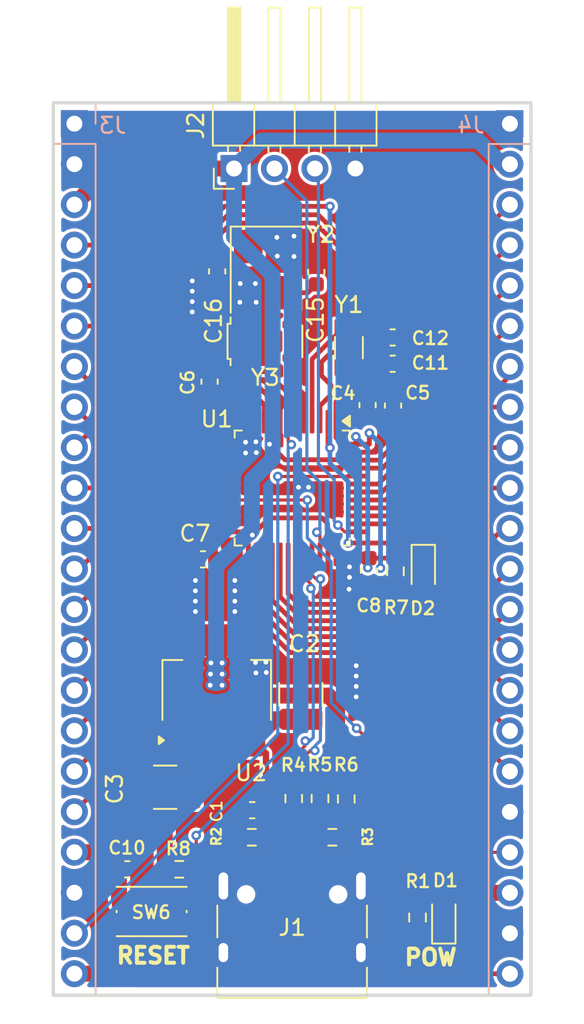
<source format=kicad_pcb>
(kicad_pcb (version 20240108) (generator "pcbnew") (generator_version "8.0")
  (layers (0 "F.Cu" signal) (31 "B.Cu" signal) (34 "B.Paste" user) (35 "F.Paste" user) (36 "B.SilkS" user "B.Silkscreen") (37 "F.SilkS" user "F.Silkscreen") (38 "B.Mask" user) (39 "F.Mask" user) (44 "Edge.Cuts" user))
  (net 0 "")
  (net 1 "VBUS")
  (net 2 "GND")
  (net 3 "+3.3V")
  (net 4 "Net-(D1-A)")
  (net 5 "Net-(J1-CC1)")
  (net 6 "Net-(J1-CC2)")
  (net 7 "USB_D+")
  (net 8 "USB_D-")
  (net 9 "Net-(D2-A)")
  (net 10 "NRST")
  (net 11 "PB11")
  (net 12 "Net-(U1-PD1)")
  (net 13 "PA4")
  (net 14 "PA8")
  (net 15 "PB0")
  (net 16 "PA3")
  (net 17 "PA9")
  (net 18 "PB6")
  (net 19 "PA6")
  (net 20 "PB14")
  (net 21 "PB5")
  (net 22 "PA10")
  (net 23 "PB8")
  (net 24 "PA5")
  (net 25 "PC15")
  (net 26 "PB4")
  (net 27 "SWDIO")
  (net 28 "PA7")
  (net 29 "Net-(U1-PD0)")
  (net 30 "PB1")
  (net 31 "PA2")
  (net 32 "PB9")
  (net 33 "PA1")
  (net 34 "BOOT0")
  (net 35 "PB10")
  (net 36 "PB7")
  (net 37 "PC13")
  (net 38 "PB13")
  (net 39 "BOOT1")
  (net 40 "PB3")
  (net 41 "PA15")
  (net 42 "PB12")
  (net 43 "SWCLK")
  (net 44 "PA0")
  (net 45 "PB15")
  (net 46 "PC14")
  (net 49 "/D+")
  (net 50 "/D-")
  (footprint "LED_SMD:LED_0603_1608Metric_Pad1.05x0.95mm_HandSolder" (layer "F.Cu") (at 83.625 135.9 90)
    (property "Reference" "D1")
    (property "Value" "POW")
  )
  (footprint "Resistor_SMD:R_0603_1608Metric_Pad0.98x0.95mm_HandSolder" (layer "F.Cu") (at 81.975 135.925 90)
    (property "Reference" "R1")
    (property "Value" "10K")
  )
  (footprint "Resistor_SMD:R_0603_1608Metric_Pad0.98x0.95mm_HandSolder" (layer "F.Cu") (at 76.625 130.89)
    (property "Reference" "R3")
    (property "Value" "5K1" (hide yes))
  )
  (footprint "Connector_PinHeader_2.54mm:PinHeader_1x04_P2.54mm_Horizontal" (layer "F.Cu") (at 70.45 88.925 90)
    (property "Reference" "J2")
    (property "Value" "STLINK")
  )
  (footprint "Resistor_SMD:R_0603_1608Metric" (layer "F.Cu") (at 75.85 128.46 90)
    (property "Reference" "R5")
    (property "Value" "22R")
  )
  (footprint "Resistor_SMD:R_0603_1608Metric_Pad0.98x0.95mm_HandSolder" (layer "F.Cu") (at 80.5875 114.2 90)
    (property "Reference" "R7")
    (property "Value" "10K")
  )
  (footprint "Capacitor_SMD:C_0603_1608Metric" (layer "F.Cu") (at 78.8375 103.775 90)
    (property "Reference" "C4")
    (property "Value" "1uF")
  )
  (footprint "Capacitor_SMD:C_1210_3225Metric_Pad1.33x2.70mm_HandSolder" (layer "F.Cu") (at 66.125 127.75 180)
    (property "Reference" "C3")
    (property "Value" "10uF")
  )
  (footprint "Crystal:Crystal_SMD_3215-2Pin_3.2x1.5mm" (layer "F.Cu") (at 77.66625 100.16875 -90)
    (property "Reference" "Y1")
    (property "Value" "32.768KHz")
  )
  (footprint "Capacitor_SMD:C_0603_1608Metric" (layer "F.Cu") (at 80.4125 101.175 180)
    (property "Reference" "C11")
    (property "Value" "22pF")
  )
  (footprint "Capacitor_SMD:C_0603_1608Metric" (layer "F.Cu") (at 68.9125 102.3 -90)
    (property "Reference" "C6")
    (property "Value" "0.1uF")
  )
  (footprint "Capacitor_SMD:C_0603_1608Metric" (layer "F.Cu") (at 80.4375 103.8 90)
    (property "Reference" "C5")
    (property "Value" "0.1uF")
  )
  (footprint "Capacitor_SMD:C_0603_1608Metric_Pad1.08x0.95mm_HandSolder" (layer "F.Cu") (at 71.5925 129.19 180)
    (property "Reference" "C1")
    (property "Value" "10uF" (hide yes))
  )
  (footprint "Package_TO_SOT_SMD:SOT-223-3_TabPin2" (layer "F.Cu") (at 69.3625 121.675 90)
    (property "Reference" "U2")
    (property "Value" "AMS1117-3.3")
  )
  (footprint "Capacitor_SMD:C_0603_1608Metric" (layer "F.Cu") (at 69.39125 95.37875 90)
    (property "Reference" "C16")
    (property "Value" "22pF")
  )
  (footprint "Resistor_SMD:R_0603_1608Metric" (layer "F.Cu") (at 77.5 128.485 90)
    (property "Reference" "R6")
    (property "Value" "1.5K")
  )
  (footprint "Capacitor_SMD:C_0603_1608Metric" (layer "F.Cu") (at 78.925 114.15 90)
    (property "Reference" "C8")
    (property "Value" "0.1uF")
  )
  (footprint "Resistor_SMD:R_0603_1608Metric" (layer "F.Cu") (at 74.2 128.46 90)
    (property "Reference" "R4")
    (property "Value" "22R")
  )
  (footprint "Package_QFP:LQFP-48_7x7mm_P0.5mm" (layer "F.Cu") (at 74.1 108.975 -90)
    (property "Reference" "U1")
    (property "Value" "STM32F103CBTx")
  )
  (footprint "Connector_USB:USB_C_Receptacle_HRO_TYPE-C-31-M-12" (layer "F.Cu") (at 74.1 137.075)
    (property "Reference" "J1")
    (property "Value" "USB_C_USB2.0" (hide yes))
  )
  (footprint "Capacitor_SMD:C_0603_1608Metric" (layer "F.Cu") (at 75.61625 95.41875 -90)
    (property "Reference" "C15")
    (property "Value" "22pF")
  )
  (footprint "Crystal:Crystal_SMD_3225-4Pin_3.2x2.5mm_HandSoldering" (layer "F.Cu") (at 72.49125 95.26875 -90)
    (property "Reference" "Y2")
    (property "Value" "8MHz")
  )
  (footprint "LED_SMD:LED_0603_1608Metric_Pad1.05x0.95mm_HandSolder" (layer "F.Cu") (at 82.3375 114.2 -90)
    (property "Reference" "D2")
    (property "Value" "BLINK")
  )
  (footprint "Button_Switch_SMD:SW_Push_1P1T_NO_CK_KMR2" (layer "F.Cu") (at 65.275 135.55 180)
    (property "Reference" "SW6")
    (property "Value" "RESET")
  )
  (footprint "Capacitor_SMD:C_0603_1608Metric" (layer "F.Cu") (at 80.4125 99.525 180)
    (property "Reference" "C12")
    (property "Value" "22pF")
  )
  (footprint "Resistor_SMD:R_0603_1608Metric_Pad0.98x0.95mm_HandSolder" (layer "F.Cu") (at 71.5675 130.89 180)
    (property "Reference" "R2")
    (property "Value" "5K1" (hide yes))
  )
  (footprint "Capacitor_SMD:C_0603_1608Metric" (layer "F.Cu") (at 63.75 132.9)
    (property "Reference" "C10")
    (property "Value" "0.1uF")
  )
  (footprint "Crystal:Resonator_SMD_Murata_CSTCR_4.5x2x1.15mm" (layer "F.Cu") (at 72.39125 99.76875 90)
    (property "Reference" "Y3")
    (property "Value" "8MHz")
  )
  (footprint "Capacitor_SMD:C_1210_3225Metric_Pad1.33x2.70mm_HandSolder" (layer "F.Cu") (at 74.65 121.925 90)
    (property "Reference" "C2")
    (property "Value" "10uF")
  )
  (footprint "Capacitor_SMD:C_0603_1608Metric" (layer "F.Cu") (at 68.5 113.45)
    (property "Reference" "C7")
    (property "Value" "0.1uF")
  )
  (footprint "Resistor_SMD:R_0603_1608Metric_Pad0.98x0.95mm_HandSolder" (layer "F.Cu") (at 67.0125 132.9 180)
    (property "Reference" "R8")
    (property "Value" "10K")
  )
  (footprint "Connector_PinHeader_2.54mm:PinHeader_1x22_P2.54mm_Vertical" (layer "B.Cu") (at 60.425 86.11 180)
    (property "Reference" "J3")
    (property "Value" "Conn_01x22")
  )
  (footprint "Connector_PinHeader_2.54mm:PinHeader_1x22_P2.54mm_Vertical" (layer "B.Cu") (at 87.775 86.115 180)
    (property "Reference" "J4")
    (property "Value" "Conn_01x22")
  )
  (gr_rect (start 59.1 84.8) (end 89.1 140.8) (stroke (width 0.2)) (fill none) (layer "Edge.Cuts"))
  (gr_text "RESET" (at 62.95 138.9 0) (layer "F.SilkS") (effects (font (size 1 1) (thickness 0.25) (bold yes)) (justify left bottom)))
  (segment (start 71.5425 131.4025) (end 71.5425 130.1025) (width 0.4) (layer "F.Cu") (net 1))
  (segment (start 76.55 133.03) (end 76.55 133.8075) (width 0.3) (layer "F.Cu") (net 1))
  (segment (start 71.65 131.51) (end 71.5425 131.4025) (width 0.4) (layer "F.Cu") (net 1))
  (segment (start 72.455 129.19) (end 72.455 125.6175) (width 0.4) (layer "F.Cu") (net 1))
  (segment (start 71.65 133.7975) (end 71.65 133.03) (width 0.3) (layer "F.Cu") (net 1))
  (segment (start 87.775 139.455) (end 78.055 139.455) (width 0.3) (layer "F.Cu") (net 1))
  (segment (start 77.45 138.85) (end 77.45 136.25) (width 0.3) (layer "F.Cu") (net 1))
  (segment (start 76.55 131.635) (end 76.625 131.56) (width 0.4) (layer "F.Cu") (net 1))
  (segment (start 76.625 130.16) (end 77.475 129.31) (width 0.4) (layer "F.Cu") (net 1))
  (segment (start 75.815 134.615) (end 75.025 134.615) (width 0.3) (layer "F.Cu") (net 1))
  (segment (start 76.55 133.8075) (end 76.16625 134.19125) (width 0.3) (layer "F.Cu") (net 1))
  (segment (start 78.055 139.455) (end 77.45 138.85) (width 0.3) (layer "F.Cu") (net 1))
  (segment (start 77.45 136.25) (end 75.815 134.615) (width 0.3) (layer "F.Cu") (net 1))
  (segment (start 75.775 134.5825) (end 76.16625 134.19125) (width 0.3) (layer "F.Cu") (net 1))
  (segment (start 73 123.4875) (end 74.65 123.4875) (width 1) (layer "F.Cu") (net 1))
  (segment (start 81.975 132.8) (end 78.485 129.31) (width 0.3) (layer "F.Cu") (net 1))
  (segment (start 71.65 133.03) (end 71.65 131.51) (width 0.4) (layer "F.Cu") (net 1))
  (segment (start 76.625 131.56) (end 76.625 130.16) (width 0.4) (layer "F.Cu") (net 1))
  (segment (start 71.5425 130.1025) (end 72.455 129.19) (width 0.4) (layer "F.Cu") (net 1))
  (segment (start 75.025 134.615) (end 72.9925 134.615) (width 0.3) (layer "F.Cu") (net 1))
  (segment (start 72.4675 134.615) (end 71.65 133.7975) (width 0.3) (layer "F.Cu") (net 1))
  (segment (start 78.485 129.31) (end 77.5 129.31) (width 0.3) (layer "F.Cu") (net 1))
  (segment (start 81.975 135.0125) (end 81.975 132.8) (width 0.3) (layer "F.Cu") (net 1))
  (segment (start 75.7425 134.615) (end 75.025 134.615) (width 0.3) (layer "F.Cu") (net 1))
  (segment (start 72.455 125.6175) (end 71.6625 124.825) (width 0.4) (layer "F.Cu") (net 1))
  (segment (start 71.6625 124.825) (end 73 123.4875) (width 1) (layer "F.Cu") (net 1))
  (segment (start 76.55 133.03) (end 76.55 131.635) (width 0.4) (layer "F.Cu") (net 1))
  (segment (start 76.16625 134.19125) (end 75.7425 134.615) (width 0.3) (layer "F.Cu") (net 1))
  (segment (start 72.9925 134.615) (end 72.4675 134.615) (width 0.3) (layer "F.Cu") (net 1))
  (segment (start 60.425 86.11) (end 76.875 86.11) (width 1) (layer "F.Cu") (net 2))
  (segment (start 71.825 120.575) (end 71.475 120.575) (width 1) (layer "F.Cu") (net 2))
  (segment (start 73.64125 93.94375) (end 73.16625 94.41875) (width 0.3) (layer "F.Cu") (net 2))
  (segment (start 72.45 119.9) (end 71.8 119.925) (width 1) (layer "F.Cu") (net 2))
  (segment (start 71.34125 96.81875) (end 71.84125 97.31875) (width 0.3) (layer "F.Cu") (net 2))
  (segment (start 67.725 113.45) (end 67.725 112.05) (width 0.3) (layer "F.Cu") (net 2))
  (segment (start 75.41625 94.44375) (end 75.61625 94.64375) (width 0.3) (layer "F.Cu") (net 2))
  (segment (start 60.425 88.65) (end 60.425 86.11) (width 1) (layer "F.Cu") (net 2))
  (segment (start 71.6875 120.3625) (end 71.825 120.225) (width 1) (layer "F.Cu") (net 2))
  (segment (start 70.77625 96.15375) (end 71.34125 96.71875) (width 0.3) (layer "F.Cu") (net 2))
  (segment (start 76.35 114.175) (end 76.35 113.1375) (width 0.3) (layer "F.Cu") (net 2))
  (segment (start 70.73 129.19) (end 70.73 132.95) (width 0.3) (layer "F.Cu") (net 2))
  (segment (start 73.64125 93.74375) (end 73.14125 93.24375) (width 0.3) (layer "F.Cu") (net 2))
  (segment (start 82.125 138.425) (end 83.225 138.425) (width 1) (layer "F.Cu") (net 2))
  (segment (start 69.8875 101.525) (end 70.58125 102.21875) (width 0.3) (layer "F.Cu") (net 2))
  (segment (start 81.4 104.335) (end 81.4 101.3875) (width 0.3) (layer "F.Cu") (net 2))
  (segment (start 78.07 92.995) (end 78.07 88.925) (width 0.4) (layer "F.Cu") (net 2))
  (segment (start 77.5375 130.89) (end 77.5375 133.2325) (width 0.8) (layer "F.Cu") (net 2))
  (segment (start 77.35 133.03) (end 78.265 133.945) (width 0.3) (layer "F.Cu") (net 2))
  (segment (start 87.77 86.11) (end 87.775 86.115) (width 1) (layer "F.Cu") (net 2))
  (segment (start 83.625 138.3) (end 83.75 138.425) (width 1) (layer "F.Cu") (net 2))
  (segment (start 72.3 102.21875) (end 73.35 103.26875) (width 0.3) (layer "F.Cu") (net 2))
  (segment (start 78.72 138.425) (end 82.125 138.425) (width 1) (layer "F.Cu") (net 2))
  (segment (start 86.265 138.425) (end 87.775 136.915) (width 1) (layer "F.Cu") (net 2))
  (segment (start 73.64125 93.81875) (end 73.64125 93.86875) (width 0.3) (layer "F.Cu") (net 2))
  (segment (start 73.64125 93.86875) (end 74.21625 94.44375) (width 0.3) (layer "F.Cu") (net 2))
  (segment (start 81.16 104.575) (end 81.4 104.335) (width 0.3) (layer "F.Cu") (net 2))
  (segment (start 70.85 129.31) (end 70.73 129.19) (width 0.3) (layer "F.Cu") (net 2))
  (segment (start 69.78 135.3) (end 69.78 138.125) (width 1) (layer "F.Cu") (net 2))
  (segment (start 70.85 131.085) (end 70.655 130.89) (width 0.3) (layer "F.Cu") (net 2))
  (segment (start 77.35 114.925) (end 77.1 114.925) (width 0.3) (layer "F.Cu") (net 2))
  (segment (start 78.5625 134.0875) (end 78.42 133.945) (width 0.3) (layer "F.Cu") (net 2))
  (segment (start 71.34125 96.79375) (end 70.81625 97.31875) (width 0.3) (layer "F.Cu") (net 2))
  (segment (start 71.79125 95.92875) (end 71.79125 96.14375) (width 0.3) (layer "F.Cu") (net 2))
  (segment (start 80.575 104.575) (end 81.16 104.575) (width 0.3) (layer "F.Cu") (net 2))
  (segment (start 78.5625 135.6875) (end 78.5625 134.0875) (width 0.3) (layer "F.Cu") (net 2))
  (segment (start 73.64125 94.14375) (end 73.64125 93.81875) (width 0.3) (layer "F.Cu") (net 2))
  (segment (start 73.64125 93.81875) (end 73.64125 93.94375) (width 0.3) (layer "F.Cu") (net 2))
  (segment (start 68.9125 101.525) (end 69.8875 101.525) (width 0.3) (layer "F.Cu") (net 2))
  (segment (start 74.4375 120.575) (end 74.65 120.3625) (width 1) (layer "F.Cu") (net 2))
  (segment (start 78.925 114.925) (end 78.05 114.925) (width 0.3) (layer "F.Cu") (net 2))
  (segment (start 71.8 119.925) (end 71.6875 120.3625) (width 1) (layer "F.Cu") (net 2))
  (segment (start 79 104.575) (end 78.975 104.55) (width 0.3) (layer "F.Cu") (net 2))
  (segment (start 76.875 86.11) (end 87.77 86.11) (width 1) (layer "F.Cu") (net 2))
  (segment (start 78.05 114.925) (end 77.7 114.575) (width 0.3) (layer "F.Cu") (net 2))
  (segment (start 72.39125 97.86875) (end 71.84125 97.31875) (width 0.3) (layer "F.Cu") (net 2))
  (segment (start 77.7 114.575) (end 77.35 114.925) (width 0.3) (layer "F.Cu") (net 2))
  (segment (start 67.325 136.35) (end 67.425 136.45) (width 1) (layer "F.Cu") (net 2))
  (segment (start 77.1 114.925) (end 76.35 114.175) (width 0.3) (layer "F.Cu") (net 2))
  (segment (start 73.64125 93.81875) (end 73.64125 93.31875) (width 0.3) (layer "F.Cu") (net 2))
  (segment (start 70.85 133.03) (end 70.85 129.31) (width 0.3) (layer "F.Cu") (net 2))
  (segment (start 76.7375 120.3625) (end 85.67 129.295) (width 1) (layer "F.Cu") (net 2))
  (segment (start 73.64125 93.74375) (end 74.21625 93.16875) (width 0.3) (layer "F.Cu") (net 2))
  (segment (start 63.225 136.35) (end 64 136.35) (width 1) (layer "F.Cu") (net 2))
  (segment (start 78.42 138.125) (end 78.72 138.425) (width 1) (layer "F.Cu") (net 2))
  (segment (start 74.21625 94.44375) (end 75.41625 94.44375) (width 0.3) (layer "F.Cu") (net 2))
  (segment (start 67.725 112.05) (end 68.55 111.225) (width 0.3) (layer "F.Cu") (net 2))
  (segment (start 67.0625 124.825) (end 67.0625 125.25) (width 1) (layer "F.Cu") (net 2))
  (segment (start 71.34125 96.71875) (end 71.34125 96.81875) (width 0.3) (layer "F.Cu") (net 2))
  (segment (start 69.39125 96.15375) (end 70.77625 96.15375) (width 0.3) (layer "F.Cu") (net 2))
  (segment (start 78.2625 106.725) (end 79.325 106.725) (width 0.3) (layer "F.Cu") (net 2))
  (segment (start 70.58125 102.21875) (end 72.3 102.21875) (width 0.3) (layer "F.Cu") (net 2))
  (segment (start 72.475 120.55) (end 72.45 119.9) (width 1) (layer "F.Cu") (net 2))
  (segment (start 85.67 129.295) (end 87.775 129.295) (width 1) (layer "F.Cu") (net 2))
  (segment (start 72.39125 98.71875) (end 72.39125 97.86875) (width 0.3) (layer "F.Cu") (net 2))
  (segment (start 64.525 127.7875) (end 64.5625 127.75) (width 1) (layer "F.Cu") (net 2))
  (segment (start 71.34125 96.71875) (end 71.34125 96.44375) (width 0.3) (layer "F.Cu") (net 2))
  (segment (start 60.425 134.37) (end 62.405 136.35) (width 1) (layer "F.Cu") (net 2))
  (segment (start 68.55 111.225) (end 69.9375 111.225) (width 0.3) (layer "F.Cu") (net 2))
  (segment (start 67.425 136.45) (end 68.63 136.45) (width 1) (layer "F.Cu") (net 2))
  (segment (start 79.325 106.725) (end 79.775 106.275) (width 0.3) (layer "F.Cu") (net 2))
  (segment (start 81.1875 99.525) (end 81.1875 96.1125) (width 0.4) (layer "F.Cu") (net 2))
  (segment (start 71.34125 96.71875) (end 71.34125 96.59375) (width 0.3) (layer "F.Cu") (net 2))
  (segment (start 71.34125 96.64375) (end 70.84125 96.14375) (width 0.3) (layer "F.Cu") (net 2))
  (segment (start 77.5375 133.2325) (end 78.25 133.945) (width 0.8) (layer "F.Cu") (net 2))
  (segment (start 77.35 133.03) (end 77.35 131.0775) (width 0.3) (layer "F.Cu") (net 2))
  (segment (start 78.42 133.945) (end 78.42 136.825) (width 1) (layer "F.Cu") (net 2))
  (segment (start 62.405 136.35) (end 63.225 136.35) (width 1) (layer "F.Cu") (net 2))
  (segment (start 83.225 138.425) (end 83.75 138.425) (width 1) (layer "F.Cu") (net 2))
  (segment (start 71.475 120.575) (end 74.4375 120.575) (width 1) (layer "F.Cu") (net 2))
  (segment (start 79.775 104.575) (end 79 104.575) (width 0.3) (layer "F.Cu") (net 2))
  (segment (start 83.525 138.125) (end 83.225 138.425) (width 0.3) (layer "F.Cu") (net 2))
  (segment (start 71.34125 96.59375) (end 71.79125 96.14375) (width 0.3) (layer "F.Cu") (net 2))
  (segment (start 71.475 120.575) (end 71.675 120.375) (width 1) (layer "F.Cu") (net 2))
  (segment (start 74.65 120.3625) (end 76.7375 120.3625) (width 1) (layer "F.Cu") (net 2))
  (segment (start 71.825 120.225) (end 71.825 120.575) (width 1) (layer "F.Cu") (net 2))
  (segment (start 76.875 86.11) (end 78.07 86.11) (width 1) (layer "F.Cu") (net 2))
  (segment (start 81.4 101.3875) (end 81.1875 101.175) (width 0.3) (layer "F.Cu") (net 2))
  (segment (start 71.34125 96.71875) (end 71.34125 96.64375) (width 0.3) (layer "F.Cu") (net 2))
  (segment (start 81.1875 101.175) (end 81.1875 99.525) (width 0.4) (layer "F.Cu") (net 2))
  (segment (start 79.775 106.275) (end 79.775 104.575) (width 0.3) (layer "F.Cu") (net 2))
  (segment (start 74.65 120.3625) (end 72.475 120.55) (width 1) (layer "F.Cu") (net 2))
  (segment (start 82.1 138.4) (end 82.125 138.425) (width 1) (layer "F.Cu") (net 2))
  (segment (start 67.0625 125.25) (end 64.5625 127.75) (width 1) (layer "F.Cu") (net 2))
  (segment (start 78.42 136.825) (end 78.42 138.125) (width 1) (layer "F.Cu") (net 2))
  (segment (start 78.07 86.11) (end 78.07 88.925) (width 1) (layer "F.Cu") (net 2))
  (segment (start 73.16625 94.41875) (end 73.16625 94.55375) (width 0.3) (layer "F.Cu") (net 2))
  (segment (start 81.1875 96.1125) (end 78.07 92.995) (width 0.4) (layer "F.Cu") (net 2))
  (segment (start 78.445 138.1) (end 78.42 138.125) (width 1) (layer "F.Cu") (net 2))
  (segment (start 70.73 132.95) (end 70.65 133.03) (width 0.3) (layer "F.Cu") (net 2))
  (segment (start 70.85 133.03) (end 70.85 131.085) (width 0.3) (layer "F.Cu") (net 2))
  (segment (start 71.34125 96.71875) (end 71.34125 96.79375) (width 0.3) (layer "F.Cu") (net 2))
  (segment (start 69.78 135.3) (end 69.78 133.9) (width 1) (layer "F.Cu") (net 2))
  (segment (start 70.85 133.03) (end 69.935 133.945) (width 0.3) (layer "F.Cu") (net 2))
  (segment (start 73.64125 93.81875) (end 73.64125 93.74375) (width 0.3) (layer "F.Cu") (net 2))
  (segment (start 68.63 136.45) (end 69.78 135.3) (width 1) (layer "F.Cu") (net 2))
  (segment (start 64 136.35) (end 64.525 135.825) (width 1) (layer "F.Cu") (net 2))
  (segment (start 77.1 114.925) (end 78.05 114.925) (width 0.3) (layer "F.Cu") (net 2))
  (segment (start 69.78 133.9) (end 70.65 133.03) (width 1) (layer "F.Cu") (net 2))
  (segment (start 83.625 136.775) (end 83.625 138.3) (width 1) (layer "F.Cu") (net 2))
  (segment (start 83.75 138.425) (end 86.265 138.425) (width 1) (layer "F.Cu") (net 2))
  (segment (start 77.35 131.0775) (end 77.5375 130.89) (width 0.3) (layer "F.Cu") (net 2))
  (segment (start 73.35 103.26875) (end 73.35 104.8125) (width 0.3) (layer "F.Cu") (net 2))
  (segment (start 73.16625 94.55375) (end 71.79125 95.92875) (width 0.3) (layer "F.Cu") (net 2))
  (segment (start 80.575 104.575) (end 79 104.575) (width 0.3) (layer "F.Cu") (net 2))
  (segment (start 64.525 135.825) (end 64.525 127.7875) (width 1) (layer "F.Cu") (net 2))
  (segment (start 69.935 133.945) (end 69.78 133.945) (width 0.3) (layer "F.Cu") (net 2))
  (via (at 67.825 97.925) (size 0.6) (drill 0.3) (layers "F.Cu" "B.Cu") (net 2))
  (via (at 74.5 108.925) (size 0.6) (drill 0.3) (layers "F.Cu" "B.Cu") (net 2))
  (via (at 70.81625 97.31875) (size 0.6) (drill 0.3) (layers "F.Cu" "B.Cu") (net 2))
  (via (at 77.7 113.925) (size 0.6) (drill 0.3) (layers "F.Cu" "B.Cu") (net 2))
  (via (at 71.8 119.925) (size 0.6) (drill 0.3) (layers "F.Cu" "B.Cu") (net 2))
  (via (at 73.16625 94.41875) (size 0.6) (drill 0.3) (layers "F.Cu" "B.Cu") (net 2))
  (via (at 78.125 121.425) (size 0.6) (drill 0.3) (layers "F.Cu" "B.Cu") (net 2))
  (via (at 75.125 108.925) (size 0.6) (drill 0.3) (layers "F.Cu" "B.Cu") (net 2))
  (via (at 71.84125 97.31875) (size 0.6) (drill 0.3) (layers "F.Cu" "B.Cu") (net 2))
  (via (at 71.825 120.575) (size 0.6) (drill 0.3) (layers "F.Cu" "B.Cu") (net 2))
  (via (at 70.5 114.775) (size 0.6) (drill 0.3) (layers "F.Cu" "B.Cu") (net 2))
  (via (at 71.175 106.1) (size 0.6) (drill 0.3) (layers "F.Cu" "B.Cu") (net 2))
  (via (at 71.85 106.75) (size 0.6) (drill 0.3) (layers "F.Cu" "B.Cu") (net 2))
  (via (at 77.7 114.575) (size 0.6) (drill 0.3) (layers "F.Cu" "B.Cu") (net 2))
  (via (at 68.025 114.775) (size 0.6) (drill 0.3) (layers "F.Cu" "B.Cu") (net 2))
  (via (at 72.45 119.9) (size 0.6) (drill 0.3) (layers "F.Cu" "B.Cu") (net 2))
  (via (at 71.175 106.775) (size 0.6) (drill 0.3) (layers "F.Cu" "B.Cu") (net 2))
  (via (at 70.84125 96.14375) (size 0.6) (drill 0.3) (layers "F.Cu" "B.Cu") (net 2))
  (via (at 78.125 120.125) (size 0.6) (drill 0.3) (layers "F.Cu" "B.Cu") (net 2))
  (via (at 67.825 97.275) (size 0.6) (drill 0.3) (layers "F.Cu" "B.Cu") (net 2))
  (via (at 71.825 106.075) (size 0.6) (drill 0.3) (layers "F.Cu" "B.Cu") (net 2))
  (via (at 77.675 115.325) (size 0.6) (drill 0.3) (layers "F.Cu" "B.Cu") (net 2))
  (via (at 71.79125 96.14375) (size 0.6) (drill 0.3) (layers "F.Cu" "B.Cu") (net 2))
  (via (at 78.125 120.775) (size 0.6) (drill 0.3) (layers "F.Cu" "B.Cu") (net 2))
  (via (at 70.5 115.425) (size 0.6) (drill 0.3) (layers "F.Cu" "B.Cu") (net 2))
  (via (at 68.025 115.425) (size 0.6) (drill 0.3) (layers "F.Cu" "B.Cu") (net 2))
  (via (at 68.025 116.075) (size 0.6) (drill 0.3) (layers "F.Cu" "B.Cu") (net 2))
  (via (at 70.5 116.075) (size 0.6) (drill 0.3) (layers "F.Cu" "B.Cu") (net 2))
  (via (at 74.21625 93.16875) (size 0.6) (drill 0.3) (layers "F.Cu" "B.Cu") (net 2))
  (via (at 70.5 116.725) (size 0.6) (drill 0.3) (layers "F.Cu" "B.Cu") (net 2))
  (via (at 67.825 95.975) (size 0.6) (drill 0.3) (layers "F.Cu" "B.Cu") (net 2))
  (via (at 72.475 120.55) (size 0.6) (drill 0.3) (layers "F.Cu" "B.Cu") (net 2))
  (via (at 74.21625 94.44375) (size 0.6) (drill 0.3) (layers "F.Cu" "B.Cu") (net 2))
  (via (at 68.025 116.725) (size 0.6) (drill 0.3) (layers "F.Cu" "B.Cu") (net 2))
  (via (at 67.825 96.625) (size 0.6) (drill 0.3) (layers "F.Cu" "B.Cu") (net 2))
  (via (at 78.125 122.075) (size 0.6) (drill 0.3) (layers "F.Cu" "B.Cu") (net 2))
  (via (at 73.14125 93.24375) (size 0.6) (drill 0.3) (layers "F.Cu" "B.Cu") (net 2))
  (segment (start 71.475 106.4) (end 71.475 96.875) (width 1) (layer "B.Cu") (net 2))
  (segment (start 71.475 106.4) (end 71.175 106.1) (width 0.3) (layer "B.Cu") (net 2))
  (segment (start 71.825 106.075) (end 71.825 106.125) (width 0.3) (layer "B.Cu") (net 2))
  (segment (start 71.475 96.875) (end 71.075 96.475) (width 1) (layer "B.Cu") (net 2))
  (segment (start 71.825 106.125) (end 71.175 106.775) (width 0.3) (layer "B.Cu") (net 2))
  (segment (start 71.85 106.75) (end 71.825 106.75) (width 0.3) (layer "B.Cu") (net 2))
  (segment (start 71.825 106.75) (end 71.475 106.4) (width 0.3) (layer "B.Cu") (net 2))
  (segment (start 80.575 103.025) (end 79 103.025) (width 0.3) (layer "F.Cu") (net 3))
  (segment (start 75.975 110.85) (end 72.675 110.85) (width 0.3) (layer "F.Cu") (net 3))
  (segment (start 78.925 113.375) (end 78.925 113.975) (width 0.3) (layer "F.Cu") (net 3))
  (segment (start 69.275 113.45) (end 69.275 111.725) (width 0.3) (layer "F.Cu") (net 3))
  (segment (start 70.56625 102.71875) (end 70.21 103.075) (width 0.3) (layer "F.Cu") (net 3))
  (segment (start 78.1 106.0625) (end 78.2625 106.225) (width 0.3) (layer "F.Cu") (net 3))
  (segment (start 66.1 131.85) (end 66.1 137.225) (width 1) (layer "F.Cu") (net 3))
  (segment (start 78.6875 113.1375) (end 78.925 113.375) (width 0.3) (layer "F.Cu") (net 3))
  (segment (start 76.375 122) (end 76.925 122.55) (width 1) (layer "F.Cu") (net 3))
  (segment (start 69.3625 122) (end 69.3625 124.825) (width 1) (layer "F.Cu") (net 3))
  (segment (start 63.875 139.45) (end 60.425 139.45) (width 1) (layer "F.Cu") (net 3))
  (segment (start 68.975 120.65) (end 69.3625 120.3125) (width 1) (layer "F.Cu") (net 3))
  (segment (start 76.85 105.8) (end 76.85 104.8125) (width 0.3) (layer "F.Cu") (net 3))
  (segment (start 70.21 103.075) (end 68.9125 103.075) (width 0.3) (layer "F.Cu") (net 3))
  (segment (start 72.675 110.85) (end 71.8 111.725) (width 0.3) (layer "F.Cu") (net 3))
  (segment (start 69 119.95) (end 69 119.95) (width 1) (layer "F.Cu") (net 3))
  (segment (start 77.425 103) (end 76.85 103.575) (width 0.3) (layer "F.Cu") (net 3))
  (segment (start 69 119.95) (end 69.3625 119.5875) (width 1) (layer "F.Cu") (net 3))
  (segment (start 71.4 111.725) (end 71.6 111.925) (width 0.3) (layer "F.Cu") (net 3))
  (segment (start 79.65 113.375) (end 80.5 113.375) (width 0.3) (layer "F.Cu") (net 3))
  (segment (start 78.95 106.225) (end 78.2625 106.225) (width 0.3) (layer "F.Cu") (net 3))
  (segment (start 78.975 103) (end 77.425 103) (width 0.3) (layer "F.Cu") (net 3))
  (segment (start 69.275 118.4375) (end 69.3625 118.525) (width 0.3) (layer "F.Cu") (net 3))
  (segment (start 72.85 103.4775) (end 72.09125 102.71875) (width 0.3) (layer "F.Cu") (net 3))
  (segment (start 77.275 106.225) (end 76.975 105.925) (width 0.3) (layer "F.Cu") (net 3))
  (segment (start 62.69 88.925) (end 70.45 88.925) (width 1) (layer "F.Cu") (net 3))
  (segment (start 69.3625 126.075) (end 69.3625 124.825) (width 1) (layer "F.Cu") (net 3))
  (segment (start 76.85 103.575) (end 76.85 104.8125) (width 0.3) (layer "F.Cu") (net 3))
  (segment (start 76.325 111.2) (end 75.975 110.85) (width 0.3) (layer "F.Cu") (net 3))
  (segment (start 76.325 111.6) (end 76.325 111.2) (width 0.3) (layer "F.Cu") (net 3))
  (segment (start 66.1 129.3375) (end 67.6875 127.75) (width 1) (layer "F.Cu") (net 3))
  (segment (start 69.275 111.725) (end 69.9375 111.725) (width 0.3) (layer "F.Cu") (net 3))
  (segment (start 67.6875 127.75) (end 69.3625 126.075) (width 1) (layer "F.Cu") (net 3))
  (segment (start 78.95 105.525) (end 78.95 106.225) (width 0.3) (layer "F.Cu") (net 3))
  (segment (start 76.85 112.125) (end 76.325 111.6) (width 0.3) (layer "F.Cu") (net 3))
  (segment (start 69.3625 119.5875) (end 69.3625 118.525) (width 1) (layer "F.Cu") (net 3))
  (segment (start 66.1 137.225) (end 63.875 139.45) (width 1) (layer "F.Cu") (net 3))
  (segment (start 69.7 120.65) (end 69.7 119.95) (width 1) (layer "F.Cu") (net 3))
  (segment (start 76.925 124.825) (end 86.475 134.375) (width 1) (layer "F.Cu") (net 3))
  (segment (start 69.3625 122) (end 76.375 122) (width 1) (layer "F.Cu") (net 3))
  (segment (start 80.5 113.375) (end 80.5875 113.2875) (width 0.3) (layer "F.Cu") (net 3))
  (segment (start 60.425 91.19) (end 62.69 88.925) (width 1) (layer "F.Cu") (net 3))
  (segment (start 68.95 121.35) (end 68.975 120.65) (width 1) (layer "F.Cu") (net 3))
  (segment (start 78.1 105.75) (end 78.1 106.0625) (width 0.3) (layer "F.Cu") (net 3))
  (segment (start 78.2625 106.225) (end 77.275 106.225) (width 0.3) (layer "F.Cu") (net 3))
  (segment (start 69.275 113.45) (end 69.275 118.4375) (width 0.3) (layer "F.Cu") (net 3))
  (segment (start 76.975 105.925) (end 76.85 105.8) (width 0.3) (layer "F.Cu") (net 3))
  (segment (start 86.475 134.375) (end 87.775 134.375) (width 1) (layer "F.Cu") (net 3))
  (segment (start 79.65 113.375) (end 79.65 114) (width 0.3) (layer "F.Cu") (net 3))
  (segment (start 69.9375 111.725) (end 71.4 111.725) (width 0.3) (layer "F.Cu") (net 3))
  (segment (start 71.8 111.725) (end 71.4 111.725) (width 0.3) (layer "F.Cu") (net 3))
  (segment (start 69.7 119.95) (end 69 119.95) (width 1) (layer "F.Cu") (net 3))
  (segment (start 72.675 106.225) (end 72.85 106.05) (width 0.3) (layer "F.Cu") (net 3))
  (segment (start 66.1 131.85) (end 66.1 129.3375) (width 1) (layer "F.Cu") (net 3))
  (segment (start 72.09125 102.71875) (end 70.56625 102.71875) (width 0.3) (layer "F.Cu") (net 3))
  (segment (start 76.925 122.55) (end 76.925 124.825) (width 1) (layer "F.Cu") (net 3))
  (segment (start 76.85 113.1375) (end 76.85 112.125) (width 0.3) (layer "F.Cu") (net 3))
  (segment (start 72.85 106.05) (end 72.85 104.8125) (width 0.3) (layer "F.Cu") (net 3))
  (segment (start 72.85 104.8125) (end 72.85 103.4775) (width 0.3) (layer "F.Cu") (net 3))
  (segment (start 77.175 106.95) (end 76.925 107.2) (width 0.3) (layer "F.Cu") (net 3))
  (segment (start 69.3625 122) (end 69.7 121.35) (width 1) (layer "F.Cu") (net 3))
  (segment (start 77.275 106.225) (end 77.175 106.325) (width 0.3) (layer "F.Cu") (net 3))
  (segment (start 76.925 107.2) (end 73.65 107.2) (width 0.3) (layer "F.Cu") (net 3))
  (segment (start 79 103.025) (end 78.975 103) (width 0.3) (layer "F.Cu") (net 3))
  (segment (start 69.7 121.35) (end 68.95 121.35) (width 1) (layer "F.Cu") (net 3))
  (segment (start 69.3625 120.3125) (end 69.7 120.65) (width 1) (layer "F.Cu") (net 3))
  (segment (start 78.925 113.975) (end 78.85 113.975) (width 0.3) (layer "F.Cu") (net 3))
  (segment (start 77.175 106.5) (end 77.175 106.95) (width 0.3) (layer "F.Cu") (net 3))
  (segment (start 77.175 106.325) (end 77.175 106.5) (width 0.3) (layer "F.Cu") (net 3))
  (segment (start 77.175 106.5) (end 77.175 106.125) (width 0.3) (layer "F.Cu") (net 3))
  (segment (start 78.925 113.375) (end 79.65 113.375) (width 0.3) (layer "F.Cu") (net 3))
  (segment (start 73.65 107.2) (end 72.675 106.225) (width 0.3) (layer "F.Cu") (net 3))
  (segment (start 77.175 106.125) (end 76.975 105.925) (width 0.3) (layer "F.Cu") (net 3))
  (segment (start 76.85 113.1375) (end 78.6875 113.1375) (width 0.3) (layer "F.Cu") (net 3))
  (via (at 78.85 113.975) (size 0.6) (drill 0.3) (layers "F.Cu" "B.Cu") (net 3))
  (via (at 69.7 120.65) (size 0.6) (drill 0.3) (layers "F.Cu" "B.Cu") (net 3))
  (via (at 69 119.95) (size 0.6) (drill 0.3) (layers "F.Cu" "B.Cu") (net 3))
  (via (at 69.7 121.35) (size 0.6) (drill 0.3) (layers "F.Cu" "B.Cu") (net 3))
  (via (at 78.95 105.525) (size 0.6) (drill 0.3) (layers "F.Cu" "B.Cu") (net 3))
  (via (at 68.95 121.35) (size 0.6) (drill 0.3) (layers "F.Cu" "B.Cu") (net 3))
  (via (at 78.1 105.75) (size 0.6) (drill 0.3) (layers "F.Cu" "B.Cu") (net 3))
  (via (at 68.975 120.65) (size 0.6) (drill 0.3) (layers "F.Cu" "B.Cu") (net 3))
  (via (at 71.6 111.925) (size 0.6) (drill 0.3) (layers "F.Cu" "B.Cu") (net 3))
  (via (at 69.7 119.95) (size 0.6) (drill 0.3) (layers "F.Cu" "B.Cu") (net 3))
  (via (at 79.65 114) (size 0.6) (drill 0.3) (layers "F.Cu" "B.Cu") (net 3))
  (via (at 72.675 106.225) (size 0.6) (drill 0.3) (layers "F.Cu" "B.Cu") (net 3))
  (segment (start 72.675 95.425) (end 72.875 95.625) (width 1) (layer "B.Cu") (net 3))
  (segment (start 72.675 107.675) (end 72.675 106.225) (width 0.3) (layer "B.Cu") (net 3))
  (segment (start 71.575 111.625) (end 69.325 113.875) (width 1) (layer "B.Cu") (net 3))
  (segment (start 70.45 88.925) (end 70.45 88.9) (width 1) (layer "B.Cu") (net 3))
  (segment (start 72.175 87.175) (end 85.8 87.175) (width 1) (layer "B.Cu") (net 3))
  (segment (start 69.325 113.875) (end 69.325 121.225) (width 1) (layer "B.Cu") (net 3))
  (segment (start 78.85 106.5) (end 78.1 105.75) (width 0.3) (layer "B.Cu") (net 3))
  (segment (start 71.575 108.45) (end 71.575 111.625) (width 1) (layer "B.Cu") (net 3))
  (segment (start 70.45 88.9) (end 72.175 87.175) (width 1) (layer "B.Cu") (net 3))
  (segment (start 70.45 93.2) (end 72.675 95.425) (width 1) (layer "B.Cu") (net 3))
  (segment (start 72.875 107.15) (end 71.575 108.45) (width 1) (layer "B.Cu") (net 3))
  (segment (start 79.65 114) (end 79.65 106.225) (width 0.3) (layer "B.Cu") (net 3))
  (segment (start 72.675 95.425) (end 72.675 106.225) (width 0.3) (layer "B.Cu") (net 3))
  (segment (start 71.6 108.75) (end 72.675 107.675) (width 0.3) (layer "B.Cu") (net 3))
  (segment (start 70.45 88.925) (end 70.45 93.2) (width 1) (layer "B.Cu") (net 3))
  (segment (start 79.65 106.225) (end 78.95 105.525) (width 0.3) (layer "B.Cu") (net 3))
  (segment (start 78.85 113.975) (end 78.85 106.5) (width 0.3) (layer "B.Cu") (net 3))
  (segment (start 85.8 87.175) (end 87.28 88.655) (width 1) (layer "B.Cu") (net 3))
  (segment (start 87.28 88.655) (end 87.775 88.655) (width 1) (layer "B.Cu") (net 3))
  (segment (start 72.875 95.625) (end 72.875 107.15) (width 1) (layer "B.Cu") (net 3))
  (segment (start 71.6 111.925) (end 71.6 108.75) (width 0.3) (layer "B.Cu") (net 3))
  (segment (start 81.975 136.675) (end 83.625 135.025) (width 0.3) (layer "F.Cu") (net 4))
  (segment (start 72.85 131.26) (end 72.48 130.89) (width 0.3) (layer "F.Cu") (net 5))
  (segment (start 72.85 133.03) (end 72.85 131.26) (width 0.3) (layer "F.Cu") (net 5))
  (segment (start 75.85 133.03) (end 75.85 131.0275) (width 0.2) (layer "F.Cu") (net 6))
  (segment (start 75.85 131.0275) (end 75.7125 130.89) (width 0.2) (layer "F.Cu") (net 6))
  (segment (start 75.35 113.1375) (end 75.325001 113.162499) (width 0.2) (layer "F.Cu") (net 7))
  (segment (start 74.650001 126.435001) (end 75.85 127.635) (width 0.2) (layer "F.Cu") (net 7))
  (segment (start 74.650001 126.043198) (end 74.650001 126.435001) (width 0.2) (layer "F.Cu") (net 7))
  (segment (start 75.325 114.406801) (end 75.592678 114.674479) (width 0.2) (layer "F.Cu") (net 7))
  (segment (start 75.325 114.268751) (end 75.325 114.406801) (width 0.2) (layer "F.Cu") (net 7))
  (segment (start 75.242678 125.450521) (end 74.650001 126.043198) (width 0.2) (layer "F.Cu") (net 7))
  (segment (start 77.5 127.66) (end 75.875 127.66) (width 0.4) (layer "F.Cu") (net 7))
  (segment (start 75.35 113.1375) (end 75.35 114.243751) (width 0.2) (layer "F.Cu") (net 7))
  (segment (start 75.35 114.243751) (end 75.325 114.268751) (width 0.2) (layer "F.Cu") (net 7))
  (segment (start 75.592678 114.674479) (end 75.875521 114.674479) (width 0.2) (layer "F.Cu") (net 7))
  (segment (start 75.525521 125.450521) (end 75.242678 125.450521) (width 0.2) (layer "F.Cu") (net 7))
  (via (at 75.875521 114.674479) (size 0.6) (drill 0.3) (layers "F.Cu" "B.Cu") (net 7))
  (via (at 75.525521 125.450521) (size 0.6) (drill 0.3) (layers "F.Cu" "B.Cu") (net 7))
  (segment (start 75.875521 124.817678) (end 75.525521 125.167678) (width 0.2) (layer "B.Cu") (net 7))
  (segment (start 75.875521 114.674479) (end 75.875521 124.817678) (width 0.2) (layer "B.Cu") (net 7))
  (segment (start 75.525521 125.167678) (end 75.525521 125.450521) (width 0.2) (layer "B.Cu") (net 7))
  (segment (start 74.924479 124.849479) (end 74.924479 125.132322) (width 0.2) (layer "F.Cu") (net 8))
  (segment (start 74.85 113.1375) (end 74.85 114.243751) (width 0.2) (layer "F.Cu") (net 8))
  (segment (start 74.85 113.1375) (end 74.874999 113.162499) (width 0.2) (layer "F.Cu") (net 8))
  (segment (start 74.875 114.593199) (end 75.274479 114.992678) (width 0.2) (layer "F.Cu") (net 8))
  (segment (start 75.274479 114.992678) (end 75.274479 115.275521) (width 0.2) (layer "F.Cu") (net 8))
  (segment (start 74.875 114.268751) (end 74.875 114.593199) (width 0.2) (layer "F.Cu") (net 8))
  (segment (start 74.2 125.856801) (end 74.2 127.635) (width 0.2) (layer "F.Cu") (net 8))
  (segment (start 74.924479 125.132322) (end 74.2 125.856801) (width 0.2) (layer "F.Cu") (net 8))
  (segment (start 74.85 114.243751) (end 74.875 114.268751) (width 0.2) (layer "F.Cu") (net 8))
  (via (at 75.274479 115.275521) (size 0.6) (drill 0.3) (layers "F.Cu" "B.Cu") (net 8))
  (via (at 74.924479 124.849479) (size 0.6) (drill 0.3) (layers "F.Cu" "B.Cu") (net 8))
  (segment (start 75.42552 115.426562) (end 75.42552 124.631281) (width 0.2) (layer "B.Cu") (net 8))
  (segment (start 75.274479 115.275521) (end 75.42552 115.426562) (width 0.2) (layer "B.Cu") (net 8))
  (segment (start 75.42552 124.631281) (end 75.207322 124.849479) (width 0.2) (layer "B.Cu") (net 8))
  (segment (start 75.207322 124.849479) (end 74.924479 124.849479) (width 0.2) (layer "B.Cu") (net 8))
  (segment (start 80.5875 115.1125) (end 82.3 115.1125) (width 0.3) (layer "F.Cu") (net 9))
  (segment (start 82.3 115.1125) (end 82.3375 115.075) (width 0.3) (layer "F.Cu") (net 9))
  (segment (start 63.225 132.1) (end 63.225 134.75) (width 1) (layer "F.Cu") (net 10))
  (segment (start 67.925 132.9) (end 67.325 133.5) (width 1) (layer "F.Cu") (net 10))
  (segment (start 68.075 131.7) (end 67.925 131.85) (width 0.2) (layer "F.Cu") (net 10))
  (segment (start 68.075 130.775) (end 68.075 131.7) (width 0.2) (layer "F.Cu") (net 10))
  (segment (start 67.325 133.5) (end 67.325 134.75) (width 1) (layer "F.Cu") (net 10))
  (segment (start 73.85 106.05) (end 73.85 104.8125) (width 0.2) (layer "F.Cu") (net 10))
  (segment (start 60.425 131.83) (end 62.955 131.83) (width 1) (layer "F.Cu") (net 10))
  (segment (start 74.05 106.25) (end 73.85 106.05) (width 0.2) (layer "F.Cu") (net 10))
  (segment (start 62.955 131.83) (end 63.225 132.1) (width 1) (layer "F.Cu") (net 10))
  (segment (start 67.925 132.9) (end 67.925 131.85) (width 1) (layer "F.Cu") (net 10))
  (via (at 74.05 106.25) (size 0.6) (drill 0.3) (layers "F.Cu" "B.Cu") (net 10))
  (via (at 68.075 130.775) (size 0.6) (drill 0.3) (layers "F.Cu" "B.Cu") (net 10))
  (segment (start 73.85 106.45) (end 73.85 125) (width 0.2) (layer "B.Cu") (net 10))
  (segment (start 74.05 106.25) (end 73.85 106.45) (width 0.2) (layer "B.Cu") (net 10))
  (segment (start 73.85 125) (end 68.075 130.775) (width 0.2) (layer "B.Cu") (net 10))
  (segment (start 66.925 112.125) (end 66.925 122.79) (width 0.3) (layer "F.Cu") (net 11))
  (segment (start 66.925 122.79) (end 60.425 129.29) (width 0.3) (layer "F.Cu") (net 11))
  (segment (start 69.9375 110.725) (end 68.325 110.725) (width 0.3) (layer "F.Cu") (net 11))
  (segment (start 68.325 110.725) (end 66.925 112.125) (width 0.3) (layer "F.Cu") (net 11))
  (segment (start 70.86625 101.29375) (end 70.86625 100.79375) (width 0.3) (layer "F.Cu") (net 12))
  (segment (start 69.61875 99.14375) (end 70.86625 99.14375) (width 0.3) (layer "F.Cu") (net 12))
  (segment (start 74.35 104.8125) (end 74.35 103.5275) (width 0.3) (layer "F.Cu") (net 12))
  (segment (start 71.34125 93.81875) (end 71.34125 94.61875) (width 0.3) (layer "F.Cu") (net 12))
  (segment (start 68.56625 98.09125) (end 69.61875 99.14375) (width 0.3) (layer "F.Cu") (net 12))
  (segment (start 70.55625 94.60375) (end 71.34125 93.81875) (width 0.3) (layer "F.Cu") (net 12))
  (segment (start 71.24125 101.66875) (end 70.86625 101.29375) (width 0.3) (layer "F.Cu") (net 12))
  (segment (start 74.35 103.5275) (end 72.49125 101.66875) (width 0.3) (layer "F.Cu") (net 12))
  (segment (start 71.0575 93.535) (end 71.34125 93.81875) (width 0.3) (layer "F.Cu") (net 12))
  (segment (start 72.49125 101.66875) (end 71.24125 101.66875) (width 0.3) (layer "F.Cu") (net 12))
  (segment (start 69.39125 94.60375) (end 68.56625 95.42875) (width 0.3) (layer "F.Cu") (net 12))
  (segment (start 69.39125 94.60375) (end 70.55625 94.60375) (width 0.3) (layer "F.Cu") (net 12))
  (segment (start 68.56625 95.42875) (end 68.56625 98.09125) (width 0.3) (layer "F.Cu") (net 12))
  (segment (start 67.325 106.725) (end 62.54 111.51) (width 0.3) (layer "F.Cu") (net 13))
  (segment (start 69.9375 106.725) (end 67.325 106.725) (width 0.3) (layer "F.Cu") (net 13))
  (segment (start 62.54 111.51) (end 60.425 111.51) (width 0.3) (layer "F.Cu") (net 13))
  (segment (start 73.35 115.814212) (end 74.835788 117.3) (width 0.3) (layer "F.Cu") (net 14))
  (segment (start 74.835788 117.3) (end 87.07 117.3) (width 0.3) (layer "F.Cu") (net 14))
  (segment (start 73.35 113.1375) (end 73.35 115.814212) (width 0.3) (layer "F.Cu") (net 14))
  (segment (start 87.07 117.3) (end 87.775 116.595) (width 0.3) (layer "F.Cu") (net 14))
  (segment (start 69.9375 108.725) (end 68.2 108.725) (width 0.3) (layer "F.Cu") (net 15))
  (segment (start 65.425 111.5) (end 65.425 116.67) (width 0.3) (layer "F.Cu") (net 15))
  (segment (start 65.425 116.67) (end 60.425 121.67) (width 0.3) (layer "F.Cu") (net 15))
  (segment (start 68.2 108.725) (end 65.425 111.5) (width 0.3) (layer "F.Cu") (net 15))
  (segment (start 69.9375 106.225) (end 67.117894 106.225) (width 0.3) (layer "F.Cu") (net 16))
  (segment (start 64.372894 108.97) (end 60.425 108.97) (width 0.3) (layer "F.Cu") (net 16))
  (segment (start 67.117894 106.225) (end 64.372894 108.97) (width 0.3) (layer "F.Cu") (net 16))
  (segment (start 85.055 116.775) (end 87.775 114.055) (width 0.3) (layer "F.Cu") (net 17))
  (segment (start 73.85 113.1375) (end 73.85 115.607106) (width 0.3) (layer "F.Cu") (net 17))
  (segment (start 75.017894 116.775) (end 85.055 116.775) (width 0.3) (layer "F.Cu") (net 17))
  (segment (start 73.85 115.607106) (end 75.017894 116.775) (width 0.3) (layer "F.Cu") (net 17))
  (segment (start 79.75 109.225) (end 83.575 105.4) (width 0.3) (layer "F.Cu") (net 18))
  (segment (start 83.575 103.015) (end 87.775 98.815) (width 0.3) (layer "F.Cu") (net 18))
  (segment (start 83.575 105.4) (end 83.575 103.015) (width 0.3) (layer "F.Cu") (net 18))
  (segment (start 78.2625 109.225) (end 79.75 109.225) (width 0.3) (layer "F.Cu") (net 18))
  (segment (start 64.425 111.067894) (end 64.425 112.59) (width 0.3) (layer "F.Cu") (net 19))
  (segment (start 64.425 112.59) (end 60.425 116.59) (width 0.3) (layer "F.Cu") (net 19))
  (segment (start 69.9375 107.725) (end 67.767894 107.725) (width 0.3) (layer "F.Cu") (net 19))
  (segment (start 67.767894 107.725) (end 64.425 111.067894) (width 0.3) (layer "F.Cu") (net 19))
  (segment (start 84.4 118.3) (end 87.775 121.675) (width 0.3) (layer "F.Cu") (net 20))
  (segment (start 72.35 113.1375) (end 72.35 116.25) (width 0.3) (layer "F.Cu") (net 20))
  (segment (start 74.4 118.3) (end 84.4 118.3) (width 0.3) (layer "F.Cu") (net 20))
  (segment (start 72.35 116.25) (end 74.4 118.3) (width 0.3) (layer "F.Cu") (net 20))
  (segment (start 79.975 109.725) (end 87.775 101.925) (width 0.3) (layer "F.Cu") (net 21))
  (segment (start 78.2625 109.725) (end 79.975 109.725) (width 0.3) (layer "F.Cu") (net 21))
  (segment (start 87.775 101.925) (end 87.775 101.355) (width 0.3) (layer "F.Cu") (net 21))
  (segment (start 82.6 116.275) (end 87.36 111.515) (width 0.3) (layer "F.Cu") (net 22))
  (segment (start 74.35 115.4) (end 75.225 116.275) (width 0.3) (layer "F.Cu") (net 22))
  (segment (start 75.225 116.275) (end 82.6 116.275) (width 0.3) (layer "F.Cu") (net 22))
  (segment (start 87.36 111.515) (end 87.775 111.515) (width 0.3) (layer "F.Cu") (net 22))
  (segment (start 74.35 113.1375) (end 74.35 115.4) (width 0.3) (layer "F.Cu") (net 22))
  (segment (start 78.2625 107.725) (end 79.775 107.725) (width 0.3) (layer "F.Cu") (net 23))
  (segment (start 82.525 98.985) (end 87.775 93.735) (width 0.3) (layer "F.Cu") (net 23))
  (segment (start 82.525 104.975) (end 82.525 98.985) (width 0.3) (layer "F.Cu") (net 23))
  (segment (start 79.775 107.725) (end 82.525 104.975) (width 0.3) (layer "F.Cu") (net 23))
  (segment (start 67.55 107.225) (end 60.725 114.05) (width 0.3) (layer "F.Cu") (net 24))
  (segment (start 69.9375 107.225) (end 67.55 107.225) (width 0.3) (layer "F.Cu") (net 24))
  (segment (start 60.725 114.05) (end 60.425 114.05) (width 0.3) (layer "F.Cu") (net 24))
  (segment (start 79.609 99.5535) (end 79.6375 99.525) (width 0.4) (layer "F.Cu") (net 25))
  (segment (start 75.55 92.35) (end 70.275 92.35) (width 0.3) (layer "F.Cu") (net 25))
  (segment (start 77.66625 98.91875) (end 78.2725 99.525) (width 0.3) (layer "F.Cu") (net 25))
  (segment (start 75.35 100.885) (end 77.31625 98.91875) (width 0.3) (layer "F.Cu") (net 25))
  (segment (start 77.31625 98.91875) (end 77.66625 98.91875) (width 0.3) (layer "F.Cu") (net 25))
  (segment (start 63.815 98.81) (end 60.425 98.81) (width 0.3) (layer "F.Cu") (net 25))
  (segment (start 75.35 104.8125) (end 75.35 100.885) (width 0.3) (layer "F.Cu") (net 25))
  (segment (start 78.2725 99.525) (end 79.6375 99.525) (width 0.3) (layer "F.Cu") (net 25))
  (segment (start 70.275 92.35) (end 63.815 98.81) (width 0.3) (layer "F.Cu") (net 25))
  (segment (start 77.66625 98.91875) (end 77.66625 94.46625) (width 0.3) (layer "F.Cu") (net 25))
  (segment (start 77.66625 94.46625) (end 75.55 92.35) (width 0.3) (layer "F.Cu") (net 25))
  (segment (start 78.2625 110.225) (end 80.2 110.225) (width 0.3) (layer "F.Cu") (net 26))
  (segment (start 86.53 103.895) (end 87.775 103.895) (width 0.3) (layer "F.Cu") (net 26))
  (segment (start 80.2 110.225) (end 86.53 103.895) (width 0.3) (layer "F.Cu") (net 26))
  (segment (start 75.65 111.75) (end 75.85 111.95) (width 0.2) (layer "F.Cu") (net 27))
  (segment (start 75.85 111.95) (end 75.85 113.1375) (width 0.2) (layer "F.Cu") (net 27))
  (via (at 75.65 111.75) (size 0.6) (drill 0.3) (layers "F.Cu" "B.Cu") (net 27))
  (segment (start 75.84125 108.61625) (end 75.025 107.8) (width 0.2) (layer "B.Cu") (net 27))
  (segment (start 75.025 90.96) (end 72.99 88.925) (width 0.2) (layer "B.Cu") (net 27))
  (segment (start 75.65 111.75) (end 75.84125 111.55875) (width 0.2) (layer "B.Cu") (net 27))
  (segment (start 75.84125 111.55875) (end 75.84125 108.61625) (width 0.2) (layer "B.Cu") (net 27))
  (segment (start 75.025 107.8) (end 75.025 90.96) (width 0.2) (layer "B.Cu") (net 27))
  (segment (start 67.975 108.225) (end 64.925 111.275) (width 0.3) (layer "F.Cu") (net 28))
  (segment (start 64.925 114.63) (end 60.425 119.13) (width 0.3) (layer "F.Cu") (net 28))
  (segment (start 64.925 111.275) (end 64.925 114.63) (width 0.3) (layer "F.Cu") (net 28))
  (segment (start 69.9375 108.225) (end 67.975 108.225) (width 0.3) (layer "F.Cu") (net 28))
  (segment (start 74.85 104.8125) (end 74.85 103.1025) (width 0.3) (layer "F.Cu") (net 29))
  (segment (start 73.89125 98.71875) (end 73.89125 96.96875) (width 0.3) (layer "F.Cu") (net 29))
  (segment (start 73.89125 96.96875) (end 73.64125 96.71875) (width 0.3) (layer "F.Cu") (net 29))
  (segment (start 73.89125 102.14375) (end 73.89125 100.79375) (width 0.3) (layer "F.Cu") (net 29))
  (segment (start 75.09125 96.71875) (end 75.61625 96.19375) (width 0.3) (layer "F.Cu") (net 29))
  (segment (start 74.85 103.1025) (end 73.89125 102.14375) (width 0.3) (layer "F.Cu") (net 29))
  (segment (start 73.39125 96.96875) (end 73.64125 96.71875) (width 0.2) (layer "F.Cu") (net 29))
  (segment (start 73.64125 96.71875) (end 75.09125 96.71875) (width 0.3) (layer "F.Cu") (net 29))
  (segment (start 65.925 118.71) (end 60.425 124.21) (width 0.3) (layer "F.Cu") (net 30))
  (segment (start 69.9375 109.225) (end 68.410787 109.225) (width 0.3) (layer "F.Cu") (net 30))
  (segment (start 68.410787 109.225) (end 65.925 111.710787) (width 0.3) (layer "F.Cu") (net 30))
  (segment (start 65.925 111.710787) (end 65.925 118.71) (width 0.3) (layer "F.Cu") (net 30))
  (segment (start 71.35 104.8125) (end 70.46875 105.69375) (width 0.3) (layer "F.Cu") (net 31))
  (segment (start 61.16125 105.69375) (end 60.425 106.43) (width 0.3) (layer "F.Cu") (net 31))
  (segment (start 70.46875 105.69375) (end 61.16125 105.69375) (width 0.3) (layer "F.Cu") (net 31))
  (segment (start 78.2625 107.225) (end 79.55 107.225) (width 0.3) (layer "F.Cu") (net 32))
  (segment (start 79.55 107.225) (end 82 104.775) (width 0.3) (layer "F.Cu") (net 32))
  (segment (start 82 104.775) (end 82 96.97) (width 0.3) (layer "F.Cu") (net 32))
  (segment (start 82 96.97) (end 87.775 91.195) (width 0.3) (layer "F.Cu") (net 32))
  (segment (start 71.85 103.97188) (end 71.60312 103.725) (width 0.3) (layer "F.Cu") (net 33))
  (segment (start 69.54125 105.19375) (end 61.72875 105.19375) (width 0.3) (layer "F.Cu") (net 33))
  (segment (start 71.01 103.725) (end 69.54125 105.19375) (width 0.3) (layer "F.Cu") (net 33))
  (segment (start 71.60312 103.725) (end 71.01 103.725) (width 0.3) (layer "F.Cu") (net 33))
  (segment (start 61.72875 105.19375) (end 60.425 103.89) (width 0.3) (layer "F.Cu") (net 33))
  (segment (start 71.85 104.8125) (end 71.85 103.97188) (width 0.3) (layer "F.Cu") (net 33))
  (segment (start 78.2375 108.25) (end 73.2 108.25) (width 0.2) (layer "F.Cu") (net 34))
  (segment (start 78.2625 108.225) (end 78.2375 108.25) (width 0.2) (layer "F.Cu") (net 34))
  (via (at 73.2 108.25) (size 0.6) (drill 0.3) (layers "F.Cu" "B.Cu") (net 34))
  (segment (start 60.74 136.91) (end 60.425 136.91) (width 0.2) (layer "B.Cu") (net 34))
  (segment (start 73.2 108.25) (end 73.2 124.45) (width 0.2) (layer "B.Cu") (net 34))
  (segment (start 73.2 124.45) (end 60.74 136.91) (width 0.2) (layer "B.Cu") (net 34))
  (segment (start 66.425 120.75) (end 60.425 126.75) (width 0.3) (layer "F.Cu") (net 35))
  (segment (start 69.9375 110.225) (end 68.117894 110.225) (width 0.3) (layer "F.Cu") (net 35))
  (segment (start 68.117894 110.225) (end 66.425 111.917894) (width 0.3) (layer "F.Cu") (net 35))
  (segment (start 66.425 111.917894) (end 66.425 120.75) (width 0.3) (layer "F.Cu") (net 35))
  (segment (start 78.2625 108.725) (end 79.5 108.725) (width 0.3) (layer "F.Cu") (net 36))
  (segment (start 83.075 100.975) (end 87.775 96.275) (width 0.3) (layer "F.Cu") (net 36))
  (segment (start 83.075 105.15) (end 83.075 100.975) (width 0.3) (layer "F.Cu") (net 36))
  (segment (start 79.5 108.725) (end 83.075 105.15) (width 0.3) (layer "F.Cu") (net 36))
  (segment (start 81.4375 112.425) (end 82.3375 113.325) (width 0.3) (layer "F.Cu") (net 37))
  (segment (start 76.475 91.3) (end 69.85 91.3) (width 0.3) (layer "F.Cu") (net 37))
  (segment (start 77.625 112.425) (end 81.4375 112.425) (width 0.3) (layer "F.Cu") (net 37))
  (segment (start 76.35 106.325) (end 76.35 104.8125) (width 0.3) (layer "F.Cu") (net 37))
  (segment (start 76.475 106.45) (end 76.35 106.325) (width 0.3) (layer "F.Cu") (net 37))
  (segment (start 69.85 91.3) (end 67.42 93.73) (width 0.3) (layer "F.Cu") (net 37))
  (segment (start 67.42 93.73) (end 60.425 93.73) (width 0.3) (layer "F.Cu") (net 37))
  (via (at 77.625 112.425) (size 0.6) (drill 0.3) (layers "F.Cu" "B.Cu") (net 37))
  (via (at 76.475 106.45) (size 0.6) (drill 0.3) (layers "F.Cu" "B.Cu") (net 37))
  (via (at 76.475 91.3) (size 0.6) (drill 0.3) (layers "F.Cu" "B.Cu") (net 37))
  (segment (start 77.625 108.575) (end 76.475 107.425) (width 0.3) (layer "B.Cu") (net 37))
  (segment (start 77.625 112.425) (end 77.625 108.575) (width 0.3) (layer "B.Cu") (net 37))
  (segment (start 76.475 107.425) (end 76.475 106.45) (width 0.3) (layer "B.Cu") (net 37))
  (segment (start 76.475 106.45) (end 76.475 91.3) (width 0.3) (layer "B.Cu") (net 37))
  (segment (start 82.36 118.8) (end 87.775 124.215) (width 0.3) (layer "F.Cu") (net 38))
  (segment (start 71.85 113.1375) (end 71.85 116.457106) (width 0.3) (layer "F.Cu") (net 38))
  (segment (start 71.85 116.457106) (end 74.192894 118.8) (width 0.3) (layer "F.Cu") (net 38))
  (segment (start 74.192894 118.8) (end 82.36 118.8) (width 0.3) (layer "F.Cu") (net 38))
  (segment (start 69.9375 109.725) (end 75.05 109.725) (width 0.2) (layer "F.Cu") (net 39))
  (segment (start 78.15 124.05) (end 85.935 131.835) (width 0.2) (layer "F.Cu") (net 39))
  (segment (start 85.935 131.835) (end 87.775 131.835) (width 0.2) (layer "F.Cu") (net 39))
  (via (at 75.05 109.725) (size 0.6) (drill 0.3) (layers "F.Cu" "B.Cu") (net 39))
  (via (at 78.15 124.05) (size 0.6) (drill 0.3) (layers "F.Cu" "B.Cu") (net 39))
  (segment (start 75.05 112.1) (end 75.05 109.725) (width 0.2) (layer "B.Cu") (net 39))
  (segment (start 78.15 124.05) (end 78.2 124.1) (width 0.2) (layer "B.Cu") (net 39))
  (segment (start 76.55 113.6) (end 75.05 112.1) (width 0.2) (layer "B.Cu") (net 39))
  (segment (start 78.15 124.05) (end 76.55 122.45) (width 0.2) (layer "B.Cu") (net 39))
  (segment (start 76.55 122.45) (end 76.55 113.6) (width 0.2) (layer "B.Cu") (net 39))
  (segment (start 78.2625 110.725) (end 80.407106 110.725) (width 0.3) (layer "F.Cu") (net 40))
  (segment (start 84.697106 106.435) (end 87.775 106.435) (width 0.3) (layer "F.Cu") (net 40))
  (segment (start 80.407106 110.725) (end 84.697106 106.435) (width 0.3) (layer "F.Cu") (net 40))
  (segment (start 80.625 111.225) (end 82.875 108.975) (width 0.3) (layer "F.Cu") (net 41))
  (segment (start 78.2625 111.225) (end 80.625 111.225) (width 0.3) (layer "F.Cu") (net 41))
  (segment (start 82.875 108.975) (end 87.775 108.975) (width 0.3) (layer "F.Cu") (net 41))
  (segment (start 73.975 119.3) (end 80.32 119.3) (width 0.3) (layer "F.Cu") (net 42))
  (segment (start 71.35 113.1375) (end 71.35 116.675) (width 0.3) (layer "F.Cu") (net 42))
  (segment (start 71.35 116.675) (end 73.975 119.3) (width 0.3) (layer "F.Cu") (net 42))
  (segment (start 80.32 119.3) (end 87.775 126.755) (width 0.3) (layer "F.Cu") (net 42))
  (segment (start 76.975 111.3) (end 77.4 111.725) (width 0.2) (layer "F.Cu") (net 43))
  (segment (start 77.4 111.725) (end 78.2625 111.725) (width 0.2) (layer "F.Cu") (net 43))
  (via (at 76.975 111.3) (size 0.6) (drill 0.3) (layers "F.Cu" "B.Cu") (net 43))
  (segment (start 75.75 107.45) (end 75.75 89.145) (width 0.2) (layer "B.Cu") (net 43))
  (segment (start 76.74125 108.44125) (end 75.75 107.45) (width 0.2) (layer "B.Cu") (net 43))
  (segment (start 76.975 111.3) (end 76.74125 111.06625) (width 0.2) (layer "B.Cu") (net 43))
  (segment (start 75.75 89.145) (end 75.53 88.925) (width 0.2) (layer "B.Cu") (net 43))
  (segment (start 76.74125 111.06625) (end 76.74125 108.44125) (width 0.2) (layer "B.Cu") (net 43))
  (segment (start 70.785 103.225) (end 69.31625 104.69375) (width 0.3) (layer "F.Cu") (net 44))
  (segment (start 71.8225 103.225) (end 70.785 103.225) (width 0.3) (layer "F.Cu") (net 44))
  (segment (start 72.35 103.7525) (end 71.8225 103.225) (width 0.3) (layer "F.Cu") (net 44))
  (segment (start 63.76875 104.69375) (end 60.425 101.35) (width 0.3) (layer "F.Cu") (net 44))
  (segment (start 72.35 104.8125) (end 72.35 103.7525) (width 0.3) (layer "F.Cu") (net 44))
  (segment (start 69.31625 104.69375) (end 63.76875 104.69375) (width 0.3) (layer "F.Cu") (net 44))
  (segment (start 72.85 113.1375) (end 72.85 116.025) (width 0.3) (layer "F.Cu") (net 45))
  (segment (start 86.44 117.8) (end 87.775 119.135) (width 0.3) (layer "F.Cu") (net 45))
  (segment (start 74.625 117.8) (end 86.44 117.8) (width 0.3) (layer "F.Cu") (net 45))
  (segment (start 72.85 116.025) (end 74.625 117.8) (width 0.3) (layer "F.Cu") (net 45))
  (segment (start 80.425 96.517894) (end 80.425 100.3875) (width 0.3) (layer "F.Cu") (net 46))
  (segment (start 76.54125 103.11875) (end 76.54125 102.51875) (width 0.3) (layer "F.Cu") (net 46))
  (segment (start 75.85 103.81) (end 76.54125 103.11875) (width 0.3) (layer "F.Cu") (net 46))
  (segment (start 75.85 104.8125) (end 75.85 103.81) (width 0.3) (layer "F.Cu") (net 46))
  (segment (start 77.91 101.175) (end 79.6375 101.175) (width 0.3) (layer "F.Cu") (net 46))
  (segment (start 65.63 96.27) (end 70.075 91.825) (width 0.3) (layer "F.Cu") (net 46))
  (segment (start 75.732106 91.825) (end 80.425 96.517894) (width 0.3) (layer "F.Cu") (net 46))
  (segment (start 76.54125 102.51875) (end 75.94125 101.91875) (width 0.3) (layer "F.Cu") (net 46))
  (segment (start 77.31625 100.46875) (end 77.66625 100.81875) (width 0.3) (layer "F.Cu") (net 46))
  (segment (start 76.54125 100.46875) (end 77.31625 100.46875) (width 0.3) (layer "F.Cu") (net 46))
  (segment (start 77.66625 101.41875) (end 77.91 101.175) (width 0.3) (layer "F.Cu") (net 46))
  (segment (start 75.94125 101.91875) (end 75.94125 101.06875) (width 0.3) (layer "F.Cu") (net 46))
  (segment (start 70.075 91.825) (end 75.732106 91.825) (width 0.3) (layer "F.Cu") (net 46))
  (segment (start 77.66625 100.81875) (end 77.66625 101.41875) (width 0.3) (layer "F.Cu") (net 46))
  (segment (start 75.94125 101.06875) (end 76.54125 100.46875) (width 0.3) (layer "F.Cu") (net 46))
  (segment (start 80.425 100.3875) (end 79.6375 101.175) (width 0.3) (layer "F.Cu") (net 46))
  (segment (start 60.425 96.27) (end 65.63 96.27) (width 0.3) (layer "F.Cu") (net 46))
  (segment (start 74.0525 131.955) (end 74.0525 131.7375) (width 0.3) (layer "F.Cu") (net 49))
  (segment (start 74.85 132.1475) (end 74.85 133.03) (width 0.3) (layer "F.Cu") (net 49))
  (segment (start 74.0525 131.955) (end 74.6575 131.955) (width 0.3) (layer "F.Cu") (net 49))
  (segment (start 74.0525 131.7375) (end 74.05 131.735) (width 0.3) (layer "F.Cu") (net 49))
  (segment (start 74.6575 131.955) (end 74.85 132.1475) (width 0.3) (layer "F.Cu") (net 49))
  (segment (start 73.85 133.03) (end 73.85 132.1575) (width 0.3) (layer "F.Cu") (net 49))
  (segment (start 73.85 132.1575) (end 74.0525 131.955) (width 0.3) (layer "F.Cu") (net 49))
  (segment (start 74.05 131.735) (end 74.05 131.085) (width 0.3) (layer "F.Cu") (net 49))
  (segment (start 74.05 131.085) (end 75.85 129.285) (width 0.3) (layer "F.Cu") (net 49))
  (segment (start 74.1425 134.115) (end 73.525 134.115) (width 0.3) (layer "F.Cu") (net 50))
  (segment (start 74.35 133.03) (end 74.35 133.9075) (width 0.3) (layer "F.Cu") (net 50))
  (segment (start 73.35 133.03) (end 73.35 131.007182) (width 0.3) (layer "F.Cu") (net 50))
  (segment (start 73.525 134.115) (end 73.35 133.94) (width 0.3) (layer "F.Cu") (net 50))
  (segment (start 73.35 131.007182) (end 74.2 130.157182) (width 0.3) (layer "F.Cu") (net 50))
  (segment (start 74.35 133.9075) (end 74.1425 134.115) (width 0.3) (layer "F.Cu") (net 50))
  (segment (start 74.2 130.157182) (end 74.2 129.285) (width 0.3) (layer "F.Cu") (net 50))
  (segment (start 73.35 133.94) (end 73.35 133.03) (width 0.3) (layer "F.Cu") (net 50))
  (zone (net 2) (net_name "GND") (layers "F&B.Cu") (connect_pads yes (clearance 0.2)) (min_thickness 0.25) (fill yes (thermal_gap 0.5) (thermal_bridge_width 0.5))
    (polygon (pts (xy 89.225 84.675) (xy 89.225 140.925) (xy 58.975 140.925) (xy 58.975 84.675)))
  )
)
</source>
